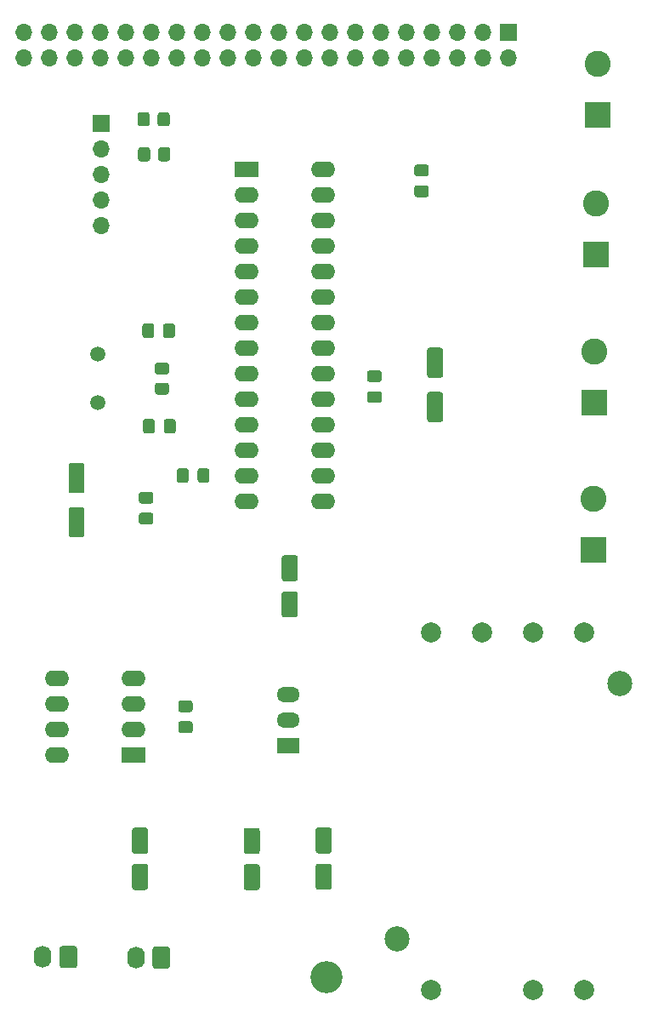
<source format=gbr>
%TF.GenerationSoftware,KiCad,Pcbnew,(5.1.10)-1*%
%TF.CreationDate,2022-05-23T16:21:35+02:00*%
%TF.ProjectId,Auto_Uart,4175746f-5f55-4617-9274-2e6b69636164,rev?*%
%TF.SameCoordinates,Original*%
%TF.FileFunction,Soldermask,Top*%
%TF.FilePolarity,Negative*%
%FSLAX46Y46*%
G04 Gerber Fmt 4.6, Leading zero omitted, Abs format (unit mm)*
G04 Created by KiCad (PCBNEW (5.1.10)-1) date 2022-05-23 16:21:35*
%MOMM*%
%LPD*%
G01*
G04 APERTURE LIST*
%ADD10C,3.200000*%
%ADD11O,1.700000X1.700000*%
%ADD12R,1.700000X1.700000*%
%ADD13C,2.000000*%
%ADD14C,2.500000*%
%ADD15R,2.600000X2.600000*%
%ADD16C,2.600000*%
%ADD17R,2.300000X1.500000*%
%ADD18O,2.300000X1.500000*%
%ADD19R,2.400000X1.600000*%
%ADD20O,2.400000X1.600000*%
%ADD21O,1.740000X2.190000*%
%ADD22C,1.500000*%
G04 APERTURE END LIST*
D10*
%TO.C,REF\u002A\u002A*%
X14986000Y-92392500D03*
%TD*%
D11*
%TO.C,J1*%
X-7467600Y-17627600D03*
X-7467600Y-15087600D03*
X-7467600Y-12547600D03*
X-7467600Y-10007600D03*
D12*
X-7467600Y-7467600D03*
%TD*%
D13*
%TO.C,PS1*%
X25400000Y-93599000D03*
X35560000Y-93599000D03*
X40640000Y-93599000D03*
X40640000Y-58039000D03*
X35560000Y-58039000D03*
X30480000Y-58039000D03*
X25400000Y-58039000D03*
D14*
X22020000Y-88519000D03*
X44170000Y-63119000D03*
%TD*%
D15*
%TO.C,J7*%
X42011600Y-6578600D03*
D16*
X42011600Y-1498600D03*
%TD*%
D15*
%TO.C,J5*%
X41656000Y-35255200D03*
D16*
X41656000Y-30175200D03*
%TD*%
D17*
%TO.C,U1*%
X11201400Y-69342000D03*
D18*
X11201400Y-66802000D03*
X11201400Y-64262000D03*
%TD*%
D19*
%TO.C,IC1*%
X-4191000Y-70281800D03*
D20*
X-11811000Y-62661800D03*
X-4191000Y-67741800D03*
X-11811000Y-65201800D03*
X-4191000Y-65201800D03*
X-11811000Y-67741800D03*
X-4191000Y-62661800D03*
X-11811000Y-70281800D03*
%TD*%
%TO.C,C1*%
G36*
G01*
X464800Y-66917900D02*
X1414800Y-66917900D01*
G75*
G02*
X1664800Y-67167900I0J-250000D01*
G01*
X1664800Y-67842900D01*
G75*
G02*
X1414800Y-68092900I-250000J0D01*
G01*
X464800Y-68092900D01*
G75*
G02*
X214800Y-67842900I0J250000D01*
G01*
X214800Y-67167900D01*
G75*
G02*
X464800Y-66917900I250000J0D01*
G01*
G37*
G36*
G01*
X464800Y-64842900D02*
X1414800Y-64842900D01*
G75*
G02*
X1664800Y-65092900I0J-250000D01*
G01*
X1664800Y-65767900D01*
G75*
G02*
X1414800Y-66017900I-250000J0D01*
G01*
X464800Y-66017900D01*
G75*
G02*
X214800Y-65767900I0J250000D01*
G01*
X214800Y-65092900D01*
G75*
G02*
X464800Y-64842900I250000J0D01*
G01*
G37*
%TD*%
%TO.C,C2*%
G36*
G01*
X-9356000Y-48622800D02*
X-10456000Y-48622800D01*
G75*
G02*
X-10706000Y-48372800I0J250000D01*
G01*
X-10706000Y-45872800D01*
G75*
G02*
X-10456000Y-45622800I250000J0D01*
G01*
X-9356000Y-45622800D01*
G75*
G02*
X-9106000Y-45872800I0J-250000D01*
G01*
X-9106000Y-48372800D01*
G75*
G02*
X-9356000Y-48622800I-250000J0D01*
G01*
G37*
G36*
G01*
X-9356000Y-44222800D02*
X-10456000Y-44222800D01*
G75*
G02*
X-10706000Y-43972800I0J250000D01*
G01*
X-10706000Y-41472800D01*
G75*
G02*
X-10456000Y-41222800I250000J0D01*
G01*
X-9356000Y-41222800D01*
G75*
G02*
X-9106000Y-41472800I0J-250000D01*
G01*
X-9106000Y-43972800D01*
G75*
G02*
X-9356000Y-44222800I-250000J0D01*
G01*
G37*
%TD*%
%TO.C,C3*%
G36*
G01*
X-2104900Y-37091600D02*
X-2104900Y-38041600D01*
G75*
G02*
X-2354900Y-38291600I-250000J0D01*
G01*
X-3029900Y-38291600D01*
G75*
G02*
X-3279900Y-38041600I0J250000D01*
G01*
X-3279900Y-37091600D01*
G75*
G02*
X-3029900Y-36841600I250000J0D01*
G01*
X-2354900Y-36841600D01*
G75*
G02*
X-2104900Y-37091600I0J-250000D01*
G01*
G37*
G36*
G01*
X-29900Y-37091600D02*
X-29900Y-38041600D01*
G75*
G02*
X-279900Y-38291600I-250000J0D01*
G01*
X-954900Y-38291600D01*
G75*
G02*
X-1204900Y-38041600I0J250000D01*
G01*
X-1204900Y-37091600D01*
G75*
G02*
X-954900Y-36841600I250000J0D01*
G01*
X-279900Y-36841600D01*
G75*
G02*
X-29900Y-37091600I0J-250000D01*
G01*
G37*
%TD*%
%TO.C,C4*%
G36*
G01*
X3330700Y-41993800D02*
X3330700Y-42943800D01*
G75*
G02*
X3080700Y-43193800I-250000J0D01*
G01*
X2405700Y-43193800D01*
G75*
G02*
X2155700Y-42943800I0J250000D01*
G01*
X2155700Y-41993800D01*
G75*
G02*
X2405700Y-41743800I250000J0D01*
G01*
X3080700Y-41743800D01*
G75*
G02*
X3330700Y-41993800I0J-250000D01*
G01*
G37*
G36*
G01*
X1255700Y-41993800D02*
X1255700Y-42943800D01*
G75*
G02*
X1005700Y-43193800I-250000J0D01*
G01*
X330700Y-43193800D01*
G75*
G02*
X80700Y-42943800I0J250000D01*
G01*
X80700Y-41993800D01*
G75*
G02*
X330700Y-41743800I250000J0D01*
G01*
X1005700Y-41743800D01*
G75*
G02*
X1255700Y-41993800I0J-250000D01*
G01*
G37*
%TD*%
%TO.C,C5*%
G36*
G01*
X-2496800Y-47341100D02*
X-3446800Y-47341100D01*
G75*
G02*
X-3696800Y-47091100I0J250000D01*
G01*
X-3696800Y-46416100D01*
G75*
G02*
X-3446800Y-46166100I250000J0D01*
G01*
X-2496800Y-46166100D01*
G75*
G02*
X-2246800Y-46416100I0J-250000D01*
G01*
X-2246800Y-47091100D01*
G75*
G02*
X-2496800Y-47341100I-250000J0D01*
G01*
G37*
G36*
G01*
X-2496800Y-45266100D02*
X-3446800Y-45266100D01*
G75*
G02*
X-3696800Y-45016100I0J250000D01*
G01*
X-3696800Y-44341100D01*
G75*
G02*
X-3446800Y-44091100I250000J0D01*
G01*
X-2496800Y-44091100D01*
G75*
G02*
X-2246800Y-44341100I0J-250000D01*
G01*
X-2246800Y-45016100D01*
G75*
G02*
X-2496800Y-45266100I-250000J0D01*
G01*
G37*
%TD*%
%TO.C,C6*%
G36*
G01*
X-3352200Y-28542000D02*
X-3352200Y-27592000D01*
G75*
G02*
X-3102200Y-27342000I250000J0D01*
G01*
X-2427200Y-27342000D01*
G75*
G02*
X-2177200Y-27592000I0J-250000D01*
G01*
X-2177200Y-28542000D01*
G75*
G02*
X-2427200Y-28792000I-250000J0D01*
G01*
X-3102200Y-28792000D01*
G75*
G02*
X-3352200Y-28542000I0J250000D01*
G01*
G37*
G36*
G01*
X-1277200Y-28542000D02*
X-1277200Y-27592000D01*
G75*
G02*
X-1027200Y-27342000I250000J0D01*
G01*
X-352200Y-27342000D01*
G75*
G02*
X-102200Y-27592000I0J-250000D01*
G01*
X-102200Y-28542000D01*
G75*
G02*
X-352200Y-28792000I-250000J0D01*
G01*
X-1027200Y-28792000D01*
G75*
G02*
X-1277200Y-28542000I0J250000D01*
G01*
G37*
%TD*%
%TO.C,C7*%
G36*
G01*
X-4131400Y-77497600D02*
X-3031400Y-77497600D01*
G75*
G02*
X-2781400Y-77747600I0J-250000D01*
G01*
X-2781400Y-79847600D01*
G75*
G02*
X-3031400Y-80097600I-250000J0D01*
G01*
X-4131400Y-80097600D01*
G75*
G02*
X-4381400Y-79847600I0J250000D01*
G01*
X-4381400Y-77747600D01*
G75*
G02*
X-4131400Y-77497600I250000J0D01*
G01*
G37*
G36*
G01*
X-4131400Y-81097600D02*
X-3031400Y-81097600D01*
G75*
G02*
X-2781400Y-81347600I0J-250000D01*
G01*
X-2781400Y-83447600D01*
G75*
G02*
X-3031400Y-83697600I-250000J0D01*
G01*
X-4131400Y-83697600D01*
G75*
G02*
X-4381400Y-83447600I0J250000D01*
G01*
X-4381400Y-81347600D01*
G75*
G02*
X-4131400Y-81097600I250000J0D01*
G01*
G37*
%TD*%
%TO.C,C8*%
G36*
G01*
X14156600Y-77468800D02*
X15256600Y-77468800D01*
G75*
G02*
X15506600Y-77718800I0J-250000D01*
G01*
X15506600Y-79818800D01*
G75*
G02*
X15256600Y-80068800I-250000J0D01*
G01*
X14156600Y-80068800D01*
G75*
G02*
X13906600Y-79818800I0J250000D01*
G01*
X13906600Y-77718800D01*
G75*
G02*
X14156600Y-77468800I250000J0D01*
G01*
G37*
G36*
G01*
X14156600Y-81068800D02*
X15256600Y-81068800D01*
G75*
G02*
X15506600Y-81318800I0J-250000D01*
G01*
X15506600Y-83418800D01*
G75*
G02*
X15256600Y-83668800I-250000J0D01*
G01*
X14156600Y-83668800D01*
G75*
G02*
X13906600Y-83418800I0J250000D01*
G01*
X13906600Y-81318800D01*
G75*
G02*
X14156600Y-81068800I250000J0D01*
G01*
G37*
%TD*%
%TO.C,C9*%
G36*
G01*
X6993800Y-81119600D02*
X8093800Y-81119600D01*
G75*
G02*
X8343800Y-81369600I0J-250000D01*
G01*
X8343800Y-83469600D01*
G75*
G02*
X8093800Y-83719600I-250000J0D01*
G01*
X6993800Y-83719600D01*
G75*
G02*
X6743800Y-83469600I0J250000D01*
G01*
X6743800Y-81369600D01*
G75*
G02*
X6993800Y-81119600I250000J0D01*
G01*
G37*
G36*
G01*
X6993800Y-77519600D02*
X8093800Y-77519600D01*
G75*
G02*
X8343800Y-77769600I0J-250000D01*
G01*
X8343800Y-79869600D01*
G75*
G02*
X8093800Y-80119600I-250000J0D01*
G01*
X6993800Y-80119600D01*
G75*
G02*
X6743800Y-79869600I0J250000D01*
G01*
X6743800Y-77769600D01*
G75*
G02*
X6993800Y-77519600I250000J0D01*
G01*
G37*
%TD*%
%TO.C,C10*%
G36*
G01*
X11878400Y-52995800D02*
X10778400Y-52995800D01*
G75*
G02*
X10528400Y-52745800I0J250000D01*
G01*
X10528400Y-50645800D01*
G75*
G02*
X10778400Y-50395800I250000J0D01*
G01*
X11878400Y-50395800D01*
G75*
G02*
X12128400Y-50645800I0J-250000D01*
G01*
X12128400Y-52745800D01*
G75*
G02*
X11878400Y-52995800I-250000J0D01*
G01*
G37*
G36*
G01*
X11878400Y-56595800D02*
X10778400Y-56595800D01*
G75*
G02*
X10528400Y-56345800I0J250000D01*
G01*
X10528400Y-54245800D01*
G75*
G02*
X10778400Y-53995800I250000J0D01*
G01*
X11878400Y-53995800D01*
G75*
G02*
X12128400Y-54245800I0J-250000D01*
G01*
X12128400Y-56345800D01*
G75*
G02*
X11878400Y-56595800I-250000J0D01*
G01*
G37*
%TD*%
%TO.C,C11*%
G36*
G01*
X24935200Y-12703300D02*
X23985200Y-12703300D01*
G75*
G02*
X23735200Y-12453300I0J250000D01*
G01*
X23735200Y-11778300D01*
G75*
G02*
X23985200Y-11528300I250000J0D01*
G01*
X24935200Y-11528300D01*
G75*
G02*
X25185200Y-11778300I0J-250000D01*
G01*
X25185200Y-12453300D01*
G75*
G02*
X24935200Y-12703300I-250000J0D01*
G01*
G37*
G36*
G01*
X24935200Y-14778300D02*
X23985200Y-14778300D01*
G75*
G02*
X23735200Y-14528300I0J250000D01*
G01*
X23735200Y-13853300D01*
G75*
G02*
X23985200Y-13603300I250000J0D01*
G01*
X24935200Y-13603300D01*
G75*
G02*
X25185200Y-13853300I0J-250000D01*
G01*
X25185200Y-14528300D01*
G75*
G02*
X24935200Y-14778300I-250000J0D01*
G01*
G37*
%TD*%
%TO.C,C12*%
G36*
G01*
X19286200Y-32008500D02*
X20236200Y-32008500D01*
G75*
G02*
X20486200Y-32258500I0J-250000D01*
G01*
X20486200Y-32933500D01*
G75*
G02*
X20236200Y-33183500I-250000J0D01*
G01*
X19286200Y-33183500D01*
G75*
G02*
X19036200Y-32933500I0J250000D01*
G01*
X19036200Y-32258500D01*
G75*
G02*
X19286200Y-32008500I250000J0D01*
G01*
G37*
G36*
G01*
X19286200Y-34083500D02*
X20236200Y-34083500D01*
G75*
G02*
X20486200Y-34333500I0J-250000D01*
G01*
X20486200Y-35008500D01*
G75*
G02*
X20236200Y-35258500I-250000J0D01*
G01*
X19286200Y-35258500D01*
G75*
G02*
X19036200Y-35008500I0J250000D01*
G01*
X19036200Y-34333500D01*
G75*
G02*
X19286200Y-34083500I250000J0D01*
G01*
G37*
%TD*%
%TO.C,C13*%
G36*
G01*
X25256400Y-34151800D02*
X26356400Y-34151800D01*
G75*
G02*
X26606400Y-34401800I0J-250000D01*
G01*
X26606400Y-36901800D01*
G75*
G02*
X26356400Y-37151800I-250000J0D01*
G01*
X25256400Y-37151800D01*
G75*
G02*
X25006400Y-36901800I0J250000D01*
G01*
X25006400Y-34401800D01*
G75*
G02*
X25256400Y-34151800I250000J0D01*
G01*
G37*
G36*
G01*
X25256400Y-29751800D02*
X26356400Y-29751800D01*
G75*
G02*
X26606400Y-30001800I0J-250000D01*
G01*
X26606400Y-32501800D01*
G75*
G02*
X26356400Y-32751800I-250000J0D01*
G01*
X25256400Y-32751800D01*
G75*
G02*
X25006400Y-32501800I0J250000D01*
G01*
X25006400Y-30001800D01*
G75*
G02*
X25256400Y-29751800I250000J0D01*
G01*
G37*
%TD*%
D19*
%TO.C,IC2*%
X7010400Y-12039600D03*
D20*
X14630400Y-45059600D03*
X7010400Y-14579600D03*
X14630400Y-42519600D03*
X7010400Y-17119600D03*
X14630400Y-39979600D03*
X7010400Y-19659600D03*
X14630400Y-37439600D03*
X7010400Y-22199600D03*
X14630400Y-34899600D03*
X7010400Y-24739600D03*
X14630400Y-32359600D03*
X7010400Y-27279600D03*
X14630400Y-29819600D03*
X7010400Y-29819600D03*
X14630400Y-27279600D03*
X7010400Y-32359600D03*
X14630400Y-24739600D03*
X7010400Y-34899600D03*
X14630400Y-22199600D03*
X7010400Y-37439600D03*
X14630400Y-19659600D03*
X7010400Y-39979600D03*
X14630400Y-17119600D03*
X7010400Y-42519600D03*
X14630400Y-14579600D03*
X7010400Y-45059600D03*
X14630400Y-12039600D03*
%TD*%
%TO.C,J2*%
G36*
G01*
X-603200Y-89578999D02*
X-603200Y-91269001D01*
G75*
G02*
X-853199Y-91519000I-249999J0D01*
G01*
X-2093201Y-91519000D01*
G75*
G02*
X-2343200Y-91269001I0J249999D01*
G01*
X-2343200Y-89578999D01*
G75*
G02*
X-2093201Y-89329000I249999J0D01*
G01*
X-853199Y-89329000D01*
G75*
G02*
X-603200Y-89578999I0J-249999D01*
G01*
G37*
D21*
X-4013200Y-90424000D03*
%TD*%
%TO.C,J3*%
X-13258800Y-90373200D03*
G36*
G01*
X-9848800Y-89528199D02*
X-9848800Y-91218201D01*
G75*
G02*
X-10098799Y-91468200I-249999J0D01*
G01*
X-11338801Y-91468200D01*
G75*
G02*
X-11588800Y-91218201I0J249999D01*
G01*
X-11588800Y-89528199D01*
G75*
G02*
X-11338801Y-89278200I249999J0D01*
G01*
X-10098799Y-89278200D01*
G75*
G02*
X-9848800Y-89528199I0J-249999D01*
G01*
G37*
%TD*%
D16*
%TO.C,J4*%
X41605200Y-44754800D03*
D15*
X41605200Y-49834800D03*
%TD*%
D16*
%TO.C,J6*%
X41859200Y-15367000D03*
D15*
X41859200Y-20447000D03*
%TD*%
%TO.C,R1*%
G36*
G01*
X-625800Y-6585799D02*
X-625800Y-7485801D01*
G75*
G02*
X-875799Y-7735800I-249999J0D01*
G01*
X-1575801Y-7735800D01*
G75*
G02*
X-1825800Y-7485801I0J249999D01*
G01*
X-1825800Y-6585799D01*
G75*
G02*
X-1575801Y-6335800I249999J0D01*
G01*
X-875799Y-6335800D01*
G75*
G02*
X-625800Y-6585799I0J-249999D01*
G01*
G37*
G36*
G01*
X-2625800Y-6585799D02*
X-2625800Y-7485801D01*
G75*
G02*
X-2875799Y-7735800I-249999J0D01*
G01*
X-3575801Y-7735800D01*
G75*
G02*
X-3825800Y-7485801I0J249999D01*
G01*
X-3825800Y-6585799D01*
G75*
G02*
X-3575801Y-6335800I249999J0D01*
G01*
X-2875799Y-6335800D01*
G75*
G02*
X-2625800Y-6585799I0J-249999D01*
G01*
G37*
%TD*%
%TO.C,R2*%
G36*
G01*
X-2575000Y-10065599D02*
X-2575000Y-10965601D01*
G75*
G02*
X-2824999Y-11215600I-249999J0D01*
G01*
X-3525001Y-11215600D01*
G75*
G02*
X-3775000Y-10965601I0J249999D01*
G01*
X-3775000Y-10065599D01*
G75*
G02*
X-3525001Y-9815600I249999J0D01*
G01*
X-2824999Y-9815600D01*
G75*
G02*
X-2575000Y-10065599I0J-249999D01*
G01*
G37*
G36*
G01*
X-575000Y-10065599D02*
X-575000Y-10965601D01*
G75*
G02*
X-824999Y-11215600I-249999J0D01*
G01*
X-1525001Y-11215600D01*
G75*
G02*
X-1775000Y-10965601I0J249999D01*
G01*
X-1775000Y-10065599D01*
G75*
G02*
X-1525001Y-9815600I249999J0D01*
G01*
X-824999Y-9815600D01*
G75*
G02*
X-575000Y-10065599I0J-249999D01*
G01*
G37*
%TD*%
%TO.C,R3*%
G36*
G01*
X-1847001Y-31232800D02*
X-946999Y-31232800D01*
G75*
G02*
X-697000Y-31482799I0J-249999D01*
G01*
X-697000Y-32182801D01*
G75*
G02*
X-946999Y-32432800I-249999J0D01*
G01*
X-1847001Y-32432800D01*
G75*
G02*
X-2097000Y-32182801I0J249999D01*
G01*
X-2097000Y-31482799D01*
G75*
G02*
X-1847001Y-31232800I249999J0D01*
G01*
G37*
G36*
G01*
X-1847001Y-33232800D02*
X-946999Y-33232800D01*
G75*
G02*
X-697000Y-33482799I0J-249999D01*
G01*
X-697000Y-34182801D01*
G75*
G02*
X-946999Y-34432800I-249999J0D01*
G01*
X-1847001Y-34432800D01*
G75*
G02*
X-2097000Y-34182801I0J249999D01*
G01*
X-2097000Y-33482799D01*
G75*
G02*
X-1847001Y-33232800I249999J0D01*
G01*
G37*
%TD*%
D22*
%TO.C,Y1*%
X-7797800Y-35255200D03*
X-7797800Y-30375200D03*
%TD*%
D12*
%TO.C,J8*%
X33121600Y1574800D03*
D11*
X33121600Y-965200D03*
X30581600Y1574800D03*
X30581600Y-965200D03*
X28041600Y1574800D03*
X28041600Y-965200D03*
X25501600Y1574800D03*
X25501600Y-965200D03*
X22961600Y1574800D03*
X22961600Y-965200D03*
X20421600Y1574800D03*
X20421600Y-965200D03*
X17881600Y1574800D03*
X17881600Y-965200D03*
X15341600Y1574800D03*
X15341600Y-965200D03*
X12801600Y1574800D03*
X12801600Y-965200D03*
X10261600Y1574800D03*
X10261600Y-965200D03*
X7721600Y1574800D03*
X7721600Y-965200D03*
X5181600Y1574800D03*
X5181600Y-965200D03*
X2641600Y1574800D03*
X2641600Y-965200D03*
X101600Y1574800D03*
X101600Y-965200D03*
X-2438400Y1574800D03*
X-2438400Y-965200D03*
X-4978400Y1574800D03*
X-4978400Y-965200D03*
X-7518400Y1574800D03*
X-7518400Y-965200D03*
X-10058400Y1574800D03*
X-10058400Y-965200D03*
X-12598400Y1574800D03*
X-12598400Y-965200D03*
X-15138400Y1574800D03*
X-15138400Y-965200D03*
%TD*%
M02*

</source>
